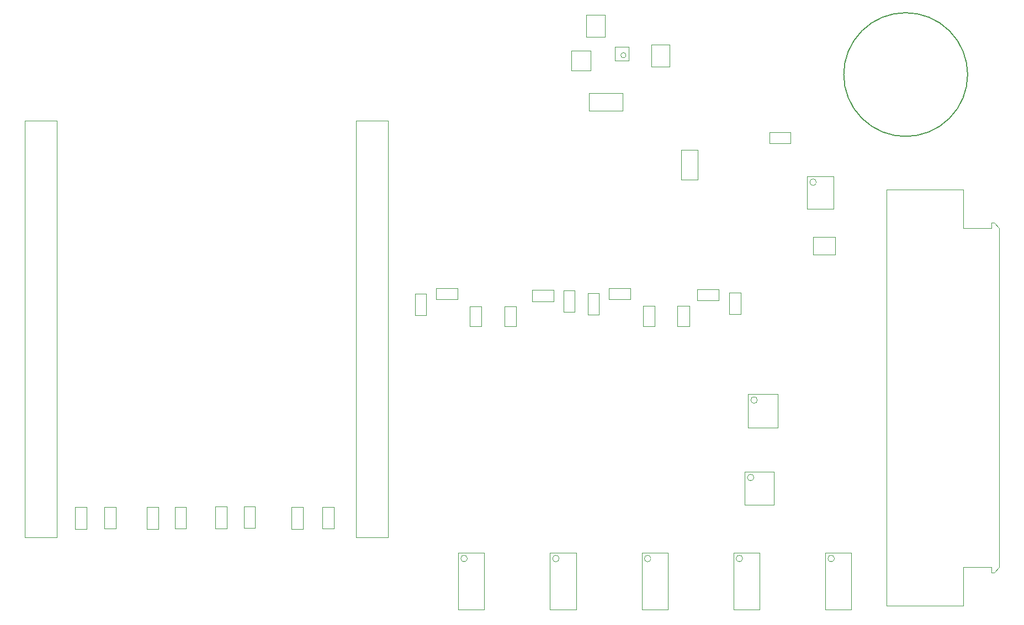
<source format=gbr>
%TF.GenerationSoftware,Altium Limited,Altium Designer,19.0.15 (446)*%
G04 Layer_Color=16711935*
%FSLAX26Y26*%
%MOIN*%
%TF.FileFunction,Other,Mechanical_13*%
%TF.Part,Single*%
G01*
G75*
%TA.AperFunction,NonConductor*%
%ADD55C,0.003937*%
%ADD57C,0.007874*%
D55*
X4507874Y1439764D02*
G03*
X4507874Y1439764I-19685J0D01*
G01*
X4487008Y971654D02*
G03*
X4487008Y971654I-19685J0D01*
G01*
X3714882Y3525709D02*
G03*
X3714882Y3525709I-15748J0D01*
G01*
X4864173Y2757806D02*
G03*
X4864173Y2757806I-19685J0D01*
G01*
X4973119Y481561D02*
G03*
X4973119Y481561I-19685J0D01*
G01*
X4419013Y481561D02*
G03*
X4419013Y481561I-19685J0D01*
G01*
X3864906Y481561D02*
G03*
X3864906Y481561I-19685J0D01*
G01*
X3310799D02*
G03*
X3310799Y481561I-19685J0D01*
G01*
X2756693D02*
G03*
X2756693Y481561I-19685J0D01*
G01*
X3867324Y3456298D02*
Y3590156D01*
X3977560Y3456298D02*
Y3590156D01*
X3867324Y3456298D02*
X3977560D01*
X3867324Y3590156D02*
X3977560D01*
X2440356Y1954332D02*
Y2084252D01*
X2509254Y1954332D02*
Y2084252D01*
X2440356Y1954332D02*
X2509254D01*
X2440356Y2084252D02*
X2509254D01*
X4046456Y2773228D02*
Y2954330D01*
X4148818Y2773228D02*
Y2954330D01*
X4046456D02*
X4148818D01*
X4046456Y2773228D02*
X4148818D01*
X4581299Y3059252D02*
X4709253D01*
X4581299Y2994292D02*
X4709253D01*
X4581299D02*
Y3059252D01*
X4709253Y2994292D02*
Y3059252D01*
X3816704Y1887796D02*
X3887570D01*
X3816704Y2009842D02*
X3887570D01*
Y1887796D02*
Y2009842D01*
X3816704Y1887796D02*
Y2009842D01*
X4452756Y1274410D02*
X4629922D01*
X4452756Y1475196D02*
X4629922D01*
Y1274410D02*
Y1475196D01*
X4452756Y1274410D02*
Y1475196D01*
X1235434Y795672D02*
X1306300D01*
X1235434Y661814D02*
X1306300D01*
Y795672D01*
X1235434Y661814D02*
Y795672D01*
X4431890Y806300D02*
Y1007086D01*
X4609056Y806300D02*
Y1007086D01*
X4431890D02*
X4609056D01*
X4431890Y806300D02*
X4609056D01*
X2981666Y1884646D02*
Y2006694D01*
X3052532Y1884646D02*
Y2006694D01*
X2981666D02*
X3052532D01*
X2981666Y1884646D02*
X3052532D01*
X2772218D02*
Y2006694D01*
X2843084Y1884646D02*
Y2006694D01*
X2772218D02*
X2843084D01*
X2772218Y1884646D02*
X2843084D01*
X4026152Y1887796D02*
Y2009842D01*
X4097018Y1887796D02*
Y2009842D01*
X4026152D02*
X4097018D01*
X4026152Y1887796D02*
X4097018D01*
X3730630Y3494212D02*
Y3576890D01*
X3647952Y3494212D02*
Y3576890D01*
Y3494212D02*
X3730630D01*
X3647952Y3576890D02*
X3730630D01*
X3383464Y3433858D02*
X3501574D01*
Y3551970D01*
X3383464D02*
X3501574D01*
X3383464Y3433858D02*
Y3551970D01*
X2278858Y610080D02*
Y3130160D01*
X2083976D02*
X2278858D01*
X2083976Y610080D02*
Y3130160D01*
Y610080D02*
X2278858D01*
X4977164Y2319292D02*
Y2425590D01*
X4843306Y2319292D02*
Y2425590D01*
Y2319292D02*
X4977164D01*
X4843306Y2425590D02*
X4977164D01*
X3489764Y3190946D02*
Y3297244D01*
X3694488Y3190946D02*
Y3297244D01*
X3489764D02*
X3694488D01*
X3489764Y3190946D02*
X3694488D01*
X4809054Y2596390D02*
X4966536D01*
X4809054Y2793240D02*
X4966536D01*
Y2596390D02*
Y2793240D01*
X4809054Y2596390D02*
Y2793240D01*
X5756280Y2479878D02*
X5922028D01*
X5752736D02*
Y2709130D01*
X5288188Y2712200D02*
X5752736D01*
X5288182Y196070D02*
X5752748D01*
X5288188Y196058D02*
Y2712200D01*
X5752758Y196060D02*
Y428342D01*
X5752796Y428382D01*
X5922046D01*
X5969292Y428342D02*
Y2479920D01*
X5937798Y2511414D02*
X5969292Y2479920D01*
X5922046Y2511414D02*
X5937798D01*
X5922046Y2479898D02*
Y2511414D01*
X5937798Y396848D02*
X5969292Y428342D01*
X5922046Y396848D02*
X5937798D01*
X5922046D02*
Y428382D01*
X3337984Y1971654D02*
X3404912D01*
X3337984Y2101574D02*
X3404912D01*
X3337984Y1971654D02*
Y2101574D01*
X3404912Y1971654D02*
Y2101574D01*
X4918002Y171522D02*
Y516010D01*
X5075482Y171522D02*
Y516010D01*
X4918002D02*
X5075482D01*
X4918002Y171522D02*
X5075482D01*
X1406496Y795672D02*
X1475394D01*
X1406496Y665750D02*
X1475394D01*
Y795672D01*
X1406496Y665750D02*
Y795672D01*
X822048Y659054D02*
Y792912D01*
X892914Y659054D02*
Y792912D01*
X822048Y659054D02*
X892914D01*
X822048Y792912D02*
X892914D01*
X1694488Y794094D02*
X1765354D01*
X1694488Y660236D02*
X1765354D01*
Y794094D01*
X1694488Y660236D02*
Y794094D01*
X1880904Y794096D02*
X1949802D01*
X1880904Y664176D02*
X1949802D01*
Y794096D01*
X1880904Y664176D02*
Y794096D01*
X388584Y793308D02*
X459450D01*
X388584Y659448D02*
X459450D01*
Y793308D01*
X388584Y659448D02*
Y793308D01*
X565944Y793310D02*
X634842D01*
X565944Y663388D02*
X634842D01*
Y793310D01*
X565944Y663388D02*
Y793310D01*
X990354Y792916D02*
X1059252D01*
X990354Y662994D02*
X1059252D01*
Y792916D01*
X990354Y662994D02*
Y792916D01*
X4363894Y171522D02*
Y516010D01*
X4521374Y171522D02*
Y516010D01*
X4363894D02*
X4521374D01*
X4363894Y171522D02*
X4521374D01*
X3809788D02*
Y516010D01*
X3967268Y171522D02*
Y516010D01*
X3809788D02*
X3967268D01*
X3809788Y171522D02*
X3967268D01*
X3255682D02*
Y516010D01*
X3413162Y171522D02*
Y516010D01*
X3255682D02*
X3413162D01*
X3255682Y171522D02*
X3413162D01*
X2701574D02*
Y516010D01*
X2859054Y171522D02*
Y516010D01*
X2701574D02*
X2859054D01*
X2701574Y171522D02*
X2859054D01*
X3740158Y2049212D02*
Y2116142D01*
X3610236Y2049212D02*
Y2116142D01*
Y2049212D02*
X3740158D01*
X3610236Y2116142D02*
X3740158D01*
X3483268Y2086222D02*
X3552166D01*
X3483268Y1956300D02*
X3552166D01*
Y2086222D01*
X3483268Y1956300D02*
Y2086222D01*
X4339568Y2089370D02*
X4408466D01*
X4339568Y1959448D02*
X4408466D01*
Y2089370D01*
X4339568Y1959448D02*
Y2089370D01*
X4144488Y2042914D02*
Y2109842D01*
X4274410Y2042914D02*
Y2109842D01*
X4144488D02*
X4274410D01*
X4144488Y2042914D02*
X4274410D01*
X2696456Y2049606D02*
Y2116534D01*
X2566536Y2049606D02*
Y2116534D01*
Y2049606D02*
X2696456D01*
X2566536Y2116534D02*
X2696456D01*
X3276952Y2036810D02*
Y2105708D01*
X3147030Y2036810D02*
Y2105708D01*
Y2036810D02*
X3276952D01*
X3147030Y2105708D02*
X3276952D01*
X278858Y610080D02*
Y3130160D01*
X83976D02*
X278858D01*
X83976Y610080D02*
Y3130160D01*
Y610080D02*
X278858D01*
X3476378Y3634644D02*
X3586614D01*
X3476378Y3768504D02*
X3586614D01*
X3476378Y3634644D02*
Y3768504D01*
X3586614Y3634644D02*
Y3768504D01*
D57*
X5668100Y3144104D02*
G03*
X5139162Y3673043I-264469J264469D01*
G01*
D02*
G03*
X5668100Y3144104I264469J-264469D01*
G01*
%TF.MD5,4495626cadeb4fb5c858050c3b1cf30e*%
M02*

</source>
